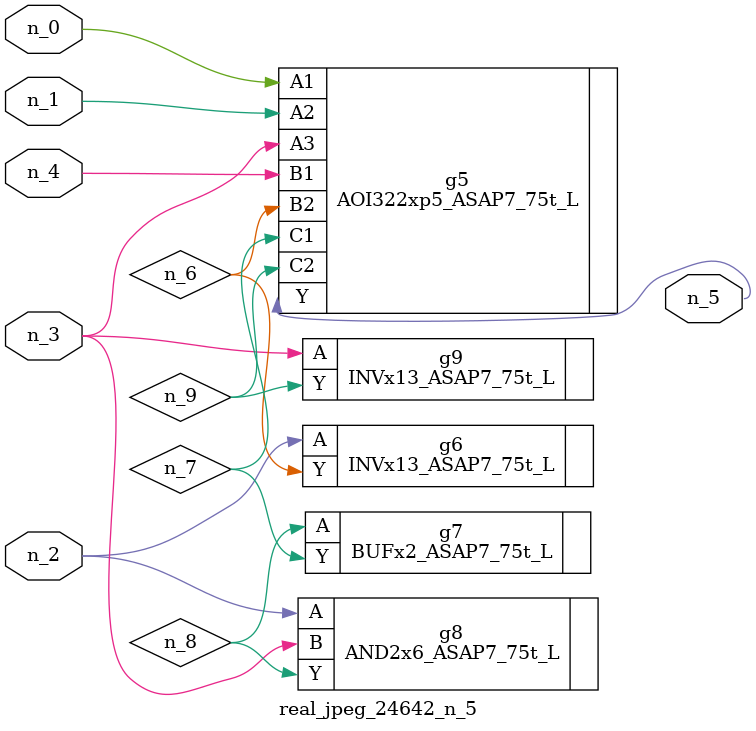
<source format=v>
module real_jpeg_24642_n_5 (n_4, n_0, n_1, n_2, n_3, n_5);

input n_4;
input n_0;
input n_1;
input n_2;
input n_3;

output n_5;

wire n_8;
wire n_6;
wire n_7;
wire n_9;

AOI322xp5_ASAP7_75t_L g5 ( 
.A1(n_0),
.A2(n_1),
.A3(n_3),
.B1(n_4),
.B2(n_6),
.C1(n_7),
.C2(n_9),
.Y(n_5)
);

INVx13_ASAP7_75t_L g6 ( 
.A(n_2),
.Y(n_6)
);

AND2x6_ASAP7_75t_L g8 ( 
.A(n_2),
.B(n_3),
.Y(n_8)
);

INVx13_ASAP7_75t_L g9 ( 
.A(n_3),
.Y(n_9)
);

BUFx2_ASAP7_75t_L g7 ( 
.A(n_8),
.Y(n_7)
);


endmodule
</source>
